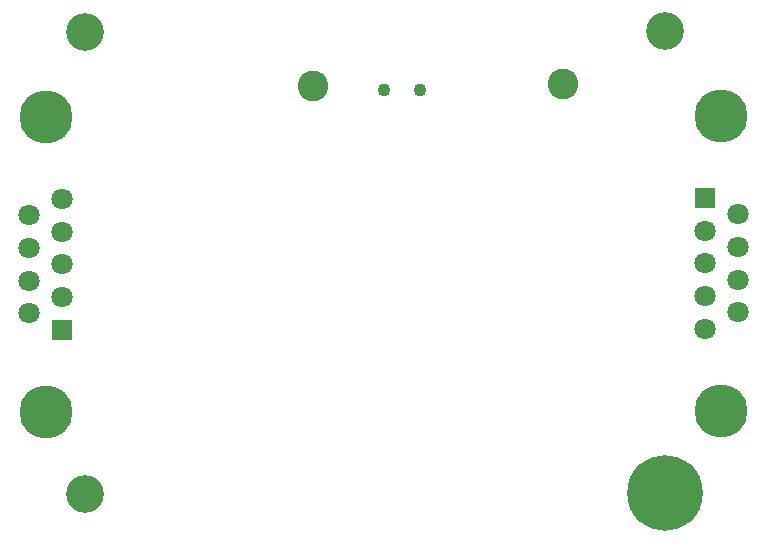
<source format=gbr>
%TF.GenerationSoftware,KiCad,Pcbnew,9.0.7*%
%TF.CreationDate,2026-02-04T08:31:01+01:00*%
%TF.ProjectId,icncconv,69636e63-636f-46e7-962e-6b696361645f,rev?*%
%TF.SameCoordinates,Original*%
%TF.FileFunction,Soldermask,Bot*%
%TF.FilePolarity,Negative*%
%FSLAX46Y46*%
G04 Gerber Fmt 4.6, Leading zero omitted, Abs format (unit mm)*
G04 Created by KiCad (PCBNEW 9.0.7) date 2026-02-04 08:31:01*
%MOMM*%
%LPD*%
G01*
G04 APERTURE LIST*
%ADD10C,1.100000*%
%ADD11C,3.200000*%
%ADD12R,1.800000X1.800000*%
%ADD13C,1.800000*%
%ADD14C,4.500000*%
%ADD15C,2.600000*%
%ADD16C,6.400000*%
G04 APERTURE END LIST*
D10*
%TO.C,SW1*%
X152750000Y-85650000D03*
X155750000Y-85650000D03*
%TD*%
D11*
%TO.C,H1*%
X127380000Y-80755000D03*
%TD*%
D12*
%TO.C,J1*%
X125506047Y-105973112D03*
D13*
X125506047Y-103203112D03*
X125506047Y-100433112D03*
X125506047Y-97663112D03*
X125506047Y-94893112D03*
X122666047Y-104593112D03*
X122666047Y-101823112D03*
X122666047Y-99053112D03*
X122666047Y-96283112D03*
D14*
X124086047Y-87933112D03*
X124086047Y-112933112D03*
%TD*%
D15*
%TO.C,TP1*%
X167900000Y-85200000D03*
%TD*%
D11*
%TO.C,H3*%
X127380000Y-119875000D03*
%TD*%
D15*
%TO.C,TP2*%
X146700000Y-85300000D03*
%TD*%
D16*
%TO.C,H5*%
X176490000Y-119820000D03*
%TD*%
D12*
%TO.C,J3*%
X179880000Y-94820000D03*
D13*
X179880000Y-97590000D03*
X179880000Y-100360000D03*
X179880000Y-103130000D03*
X179880000Y-105900000D03*
X182720000Y-96200000D03*
X182720000Y-98970000D03*
X182720000Y-101740000D03*
X182720000Y-104510000D03*
D14*
X181300000Y-112860000D03*
X181300000Y-87860000D03*
%TD*%
D11*
%TO.C,H2*%
X176490000Y-80700000D03*
%TD*%
M02*

</source>
